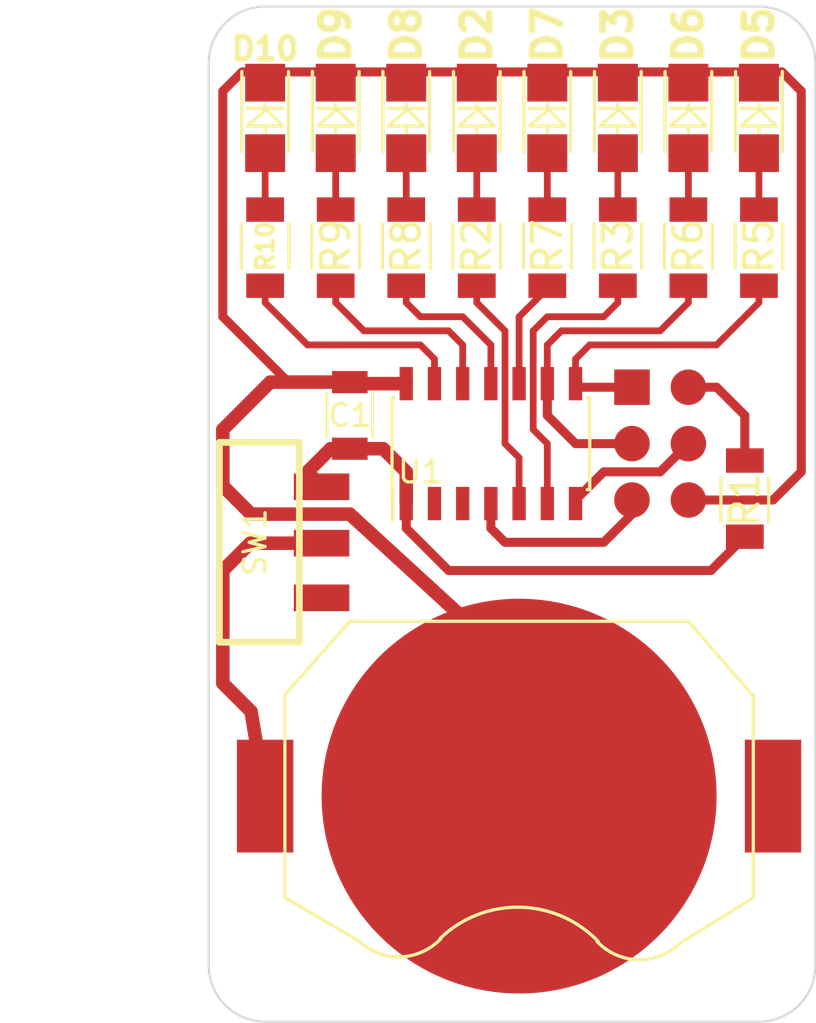
<source format=kicad_pcb>
(kicad_pcb (version 4) (host pcbnew 4.0.6)

  (general
    (links 37)
    (no_connects 1)
    (area 66.624999 69.799999 94.030001 115.620001)
    (thickness 1.6)
    (drawings 8)
    (tracks 111)
    (zones 0)
    (modules 22)
    (nets 26)
  )

  (page USLetter)
  (layers
    (0 F.Cu signal)
    (31 B.Cu signal)
    (34 B.Paste user)
    (35 F.Paste user)
    (36 B.SilkS user)
    (37 F.SilkS user)
    (38 B.Mask user)
    (39 F.Mask user)
    (40 Dwgs.User user)
    (44 Edge.Cuts user)
    (46 B.CrtYd user)
  )

  (setup
    (last_trace_width 0.4064)
    (user_trace_width 0.2032)
    (user_trace_width 0.254)
    (user_trace_width 0.3048)
    (user_trace_width 0.4064)
    (user_trace_width 0.6096)
    (user_trace_width 2.032)
    (trace_clearance 0.1524)
    (zone_clearance 0.35)
    (zone_45_only no)
    (trace_min 0.1524)
    (segment_width 0.4)
    (edge_width 0.1)
    (via_size 0.6858)
    (via_drill 0.3302)
    (via_min_size 0.6858)
    (via_min_drill 0.3302)
    (user_via 1 0.5)
    (uvia_size 0.762)
    (uvia_drill 0.508)
    (uvias_allowed no)
    (uvia_min_size 0.508)
    (uvia_min_drill 0.127)
    (pcb_text_width 0.3)
    (pcb_text_size 1.5 1.5)
    (mod_edge_width 0.15)
    (mod_text_size 1 1)
    (mod_text_width 0.15)
    (pad_size 2.54 10)
    (pad_drill 0)
    (pad_to_mask_clearance 0)
    (aux_axis_origin 0 0)
    (grid_origin 210.82 95.25)
    (visible_elements 7FFFFFFF)
    (pcbplotparams
      (layerselection 0x010f0_80000000)
      (usegerberextensions true)
      (excludeedgelayer true)
      (linewidth 0.100000)
      (plotframeref false)
      (viasonmask false)
      (mode 1)
      (useauxorigin false)
      (hpglpennumber 1)
      (hpglpenspeed 20)
      (hpglpendiameter 15)
      (hpglpenoverlay 2)
      (psnegative false)
      (psa4output false)
      (plotreference true)
      (plotvalue true)
      (plotinvisibletext false)
      (padsonsilk false)
      (subtractmaskfromsilk false)
      (outputformat 1)
      (mirror false)
      (drillshape 0)
      (scaleselection 1)
      (outputdirectory gerbers/))
  )

  (net 0 "")
  (net 1 GND)
  (net 2 +BATT)
  (net 3 "Net-(BT1-Pad1)")
  (net 4 /RESET)
  (net 5 "Net-(D8-Pad2)")
  (net 6 "Net-(D5-Pad2)")
  (net 7 "Net-(D6-Pad2)")
  (net 8 "Net-(SW1-Pad2)")
  (net 9 "Net-(D7-Pad2)")
  (net 10 "Net-(D2-Pad2)")
  (net 11 "Net-(CON1-Pad2)")
  (net 12 "Net-(D3-Pad2)")
  (net 13 "Net-(D9-Pad2)")
  (net 14 "Net-(D10-Pad2)")
  (net 15 /D2)
  (net 16 /D3)
  (net 17 /D7)
  (net 18 /D8)
  (net 19 /D9)
  (net 20 /D10)
  (net 21 /D0)
  (net 22 /D1)
  (net 23 /D5-MISO)
  (net 24 /D6-SCK)
  (net 25 /D4-MOSI)

  (net_class Default "This is the default net class."
    (clearance 0.1524)
    (trace_width 0.1524)
    (via_dia 0.6858)
    (via_drill 0.3302)
    (uvia_dia 0.762)
    (uvia_drill 0.508)
    (add_net +BATT)
    (add_net /D0)
    (add_net /D1)
    (add_net /D10)
    (add_net /D2)
    (add_net /D3)
    (add_net /D4-MOSI)
    (add_net /D5-MISO)
    (add_net /D6-SCK)
    (add_net /D7)
    (add_net /D8)
    (add_net /D9)
    (add_net /RESET)
    (add_net GND)
    (add_net "Net-(BT1-Pad1)")
    (add_net "Net-(CON1-Pad2)")
    (add_net "Net-(D10-Pad2)")
    (add_net "Net-(D2-Pad2)")
    (add_net "Net-(D3-Pad2)")
    (add_net "Net-(D5-Pad2)")
    (add_net "Net-(D6-Pad2)")
    (add_net "Net-(D7-Pad2)")
    (add_net "Net-(D8-Pad2)")
    (add_net "Net-(D9-Pad2)")
    (add_net "Net-(SW1-Pad2)")
  )

  (module footprints:BATT_CR2032_SMD (layer F.Cu) (tedit 56CFB5D2) (tstamp 5C62159D)
    (at 80.645 105.41)
    (tags battery)
    (path /56CFA61E)
    (fp_text reference BT1 (at 0 5.08) (layer F.SilkS) hide
      (effects (font (size 1.72974 1.08712) (thickness 0.27178)))
    )
    (fp_text value Battery (at 0 -2.54) (layer F.SilkS) hide
      (effects (font (size 1.524 1.016) (thickness 0.254)))
    )
    (fp_line (start -7.1755 6.5405) (end -10.541 4.572) (layer F.SilkS) (width 0.15))
    (fp_line (start 7.1755 6.6675) (end 10.541 4.572) (layer F.SilkS) (width 0.15))
    (fp_arc (start -5.4229 4.6355) (end -3.5179 6.4135) (angle 90) (layer F.SilkS) (width 0.15))
    (fp_arc (start 5.4102 4.7625) (end 7.1882 6.6675) (angle 90) (layer F.SilkS) (width 0.15))
    (fp_arc (start -0.0635 10.033) (end -3.556 6.4135) (angle 90) (layer F.SilkS) (width 0.15))
    (fp_line (start 7.62 -7.874) (end 10.541 -4.5085) (layer F.SilkS) (width 0.15))
    (fp_line (start -10.541 -4.572) (end -7.5565 -7.9375) (layer F.SilkS) (width 0.15))
    (fp_line (start -7.62 -7.874) (end 7.62 -7.874) (layer F.SilkS) (width 0.15))
    (fp_line (start -10.541 4.572) (end -10.541 -4.572) (layer F.SilkS) (width 0.15))
    (fp_line (start 10.541 4.572) (end 10.541 -4.572) (layer F.SilkS) (width 0.15))
    (fp_circle (center 0 0) (end -10.16 0) (layer Dwgs.User) (width 0.15))
    (pad 2 smd circle (at 0 0) (size 17.78 17.78) (layers F.Cu F.Paste F.Mask)
      (net 1 GND))
    (pad 1 smd rect (at -11.43 0) (size 2.54 5.08) (layers F.Cu F.Paste F.Mask)
      (net 3 "Net-(BT1-Pad1)"))
    (pad 1 smd rect (at 11.43 0) (size 2.54 5.08) (layers F.Cu F.Paste F.Mask)
      (net 3 "Net-(BT1-Pad1)"))
  )

  (module footprints:SOIC-14_3.9x8.7mm_Pitch1.27mm (layer F.Cu) (tedit 5C8AB85A) (tstamp 5C62106F)
    (at 79.375 89.535 90)
    (descr "14-Lead Plastic Small Outline (SL) - Narrow, 3.90 mm Body [SOIC] (see Microchip Packaging Specification 00000049BS.pdf)")
    (tags "SOIC 1.27")
    (path /5B62CA43)
    (attr smd)
    (fp_text reference U1 (at -1.27 -3.175 360) (layer F.SilkS)
      (effects (font (size 1 1) (thickness 0.15)))
    )
    (fp_text value ATTINY84A-SSU (at 0 5.375 90) (layer F.Fab)
      (effects (font (size 1 1) (thickness 0.15)))
    )
    (fp_text user %R (at 0 0 90) (layer F.Fab)
      (effects (font (size 0.9 0.9) (thickness 0.135)))
    )
    (fp_line (start -0.95 -4.35) (end 1.95 -4.35) (layer F.Fab) (width 0.15))
    (fp_line (start 1.95 -4.35) (end 1.95 4.35) (layer F.Fab) (width 0.15))
    (fp_line (start 1.95 4.35) (end -1.95 4.35) (layer F.Fab) (width 0.15))
    (fp_line (start -1.95 4.35) (end -1.95 -3.35) (layer F.Fab) (width 0.15))
    (fp_line (start -1.95 -3.35) (end -0.95 -4.35) (layer F.Fab) (width 0.15))
    (fp_line (start -3.7 -4.65) (end -3.7 4.65) (layer F.CrtYd) (width 0.05))
    (fp_line (start 3.7 -4.65) (end 3.7 4.65) (layer F.CrtYd) (width 0.05))
    (fp_line (start -3.7 -4.65) (end 3.7 -4.65) (layer F.CrtYd) (width 0.05))
    (fp_line (start -3.7 4.65) (end 3.7 4.65) (layer F.CrtYd) (width 0.05))
    (fp_line (start -2.075 -4.45) (end -2.075 -4.425) (layer F.SilkS) (width 0.15))
    (fp_line (start 2.075 -4.45) (end 2.075 -4.335) (layer F.SilkS) (width 0.15))
    (fp_line (start 2.075 4.45) (end 2.075 4.335) (layer F.SilkS) (width 0.15))
    (fp_line (start -2.075 4.45) (end -2.075 4.335) (layer F.SilkS) (width 0.15))
    (fp_line (start -2.075 -4.45) (end 2.075 -4.45) (layer F.SilkS) (width 0.15))
    (fp_line (start -2.075 4.45) (end 2.075 4.45) (layer F.SilkS) (width 0.15))
    (fp_line (start -2.075 -4.425) (end -3.45 -4.425) (layer F.SilkS) (width 0.15))
    (pad 1 smd rect (at -2.7 -3.81 90) (size 1.5 0.6) (layers F.Cu F.Paste F.Mask)
      (net 2 +BATT))
    (pad 2 smd rect (at -2.7 -2.54 90) (size 1.5 0.6) (layers F.Cu F.Paste F.Mask)
      (net 21 /D0))
    (pad 3 smd rect (at -2.7 -1.27 90) (size 1.5 0.6) (layers F.Cu F.Paste F.Mask)
      (net 22 /D1))
    (pad 4 smd rect (at -2.7 0 90) (size 1.5 0.6) (layers F.Cu F.Paste F.Mask)
      (net 4 /RESET))
    (pad 5 smd rect (at -2.7 1.27 90) (size 1.5 0.6) (layers F.Cu F.Paste F.Mask)
      (net 15 /D2))
    (pad 6 smd rect (at -2.7 2.54 90) (size 1.5 0.6) (layers F.Cu F.Paste F.Mask)
      (net 16 /D3))
    (pad 7 smd rect (at -2.7 3.81 90) (size 1.5 0.6) (layers F.Cu F.Paste F.Mask)
      (net 25 /D4-MOSI))
    (pad 8 smd rect (at 2.7 3.81 90) (size 1.5 0.6) (layers F.Cu F.Paste F.Mask)
      (net 23 /D5-MISO))
    (pad 9 smd rect (at 2.7 2.54 90) (size 1.5 0.6) (layers F.Cu F.Paste F.Mask)
      (net 24 /D6-SCK))
    (pad 10 smd rect (at 2.7 1.27 90) (size 1.5 0.6) (layers F.Cu F.Paste F.Mask)
      (net 17 /D7))
    (pad 11 smd rect (at 2.7 0 90) (size 1.5 0.6) (layers F.Cu F.Paste F.Mask)
      (net 18 /D8))
    (pad 12 smd rect (at 2.7 -1.27 90) (size 1.5 0.6) (layers F.Cu F.Paste F.Mask)
      (net 19 /D9))
    (pad 13 smd rect (at 2.7 -2.54 90) (size 1.5 0.6) (layers F.Cu F.Paste F.Mask)
      (net 20 /D10))
    (pad 14 smd rect (at 2.7 -3.81 90) (size 1.5 0.6) (layers F.Cu F.Paste F.Mask)
      (net 1 GND))
    (model ${KISYS3DMOD}/Housings_SOIC.3dshapes/SOIC-14_3.9x8.7mm_Pitch1.27mm.wrl
      (at (xyz 0 0 0))
      (scale (xyz 1 1 1))
      (rotate (xyz 0 0 0))
    )
  )

  (module footprints:SPST_SMD (layer F.Cu) (tedit 5B62771E) (tstamp 5C62182D)
    (at 71.755 93.98 270)
    (descr "Through hole pin header")
    (tags "pin header")
    (path /5A827680)
    (fp_text reference SW1 (at 0 3 270) (layer F.SilkS)
      (effects (font (size 1 1) (thickness 0.15)))
    )
    (fp_text value SW_SPDT (at 0.1 0 270) (layer F.Fab)
      (effects (font (size 1 1) (thickness 0.15)))
    )
    (fp_line (start -4.5 4.6) (end 4.5 4.6) (layer F.SilkS) (width 0.3048))
    (fp_line (start 4.5 1) (end 4.5 4.6) (layer F.SilkS) (width 0.3048))
    (fp_line (start -4.5 1) (end -4.5 4.6) (layer F.SilkS) (width 0.3048))
    (fp_line (start -4.5 1) (end 4.5 1) (layer F.SilkS) (width 0.3048))
    (fp_text user JS102011SAQN (at 0 1.7 270) (layer F.Fab)
      (effects (font (size 0.8 0.8) (thickness 0.1)))
    )
    (fp_line (start -1.75 14.45) (end 4.3 14.45) (layer F.CrtYd) (width 0.05))
    (pad "" np_thru_hole circle (at 3.4 2.75 270) (size 0.9 0.9) (drill 0.9) (layers *.Cu *.Mask))
    (pad 3 smd rect (at -2.5 0 270) (size 1.2 2.5) (layers F.Cu F.Paste F.Mask)
      (net 2 +BATT))
    (pad 1 smd rect (at 0.04 0 270) (size 1.2 2.5) (layers F.Cu F.Paste F.Mask)
      (net 3 "Net-(BT1-Pad1)"))
    (pad 2 smd rect (at 2.5 0 270) (size 1.2 2.5) (layers F.Cu F.Paste F.Mask)
      (net 8 "Net-(SW1-Pad2)"))
    (pad "" np_thru_hole circle (at -3.4 2.75 270) (size 0.9 0.9) (drill 0.9) (layers *.Cu *.Mask))
    (model Pin_Headers.3dshapes/Pin_Header_Straight_2x06.wrl
      (at (xyz 0.05 -0.25 0))
      (scale (xyz 1 1 1))
      (rotate (xyz 0 0 90))
    )
  )

  (module footprints:LED-1206 (layer F.Cu) (tedit 5C8ABABE) (tstamp 5C63308C)
    (at 78.74 74.93 270)
    (descr "LED 1206 smd package")
    (tags "LED1206 SMD")
    (path /5B613BD5)
    (attr smd)
    (fp_text reference D2 (at -3.81 0 270) (layer F.SilkS)
      (effects (font (size 1.25 1.25) (thickness 0.3125)))
    )
    (fp_text value LED (at 0 2 270) (layer F.Fab)
      (effects (font (size 1 1) (thickness 0.15)))
    )
    (fp_line (start -0.5 0.7) (end -0.5 0.8) (layer F.SilkS) (width 0.15))
    (fp_line (start -0.5 -0.7) (end -0.5 -0.8) (layer F.SilkS) (width 0.15))
    (fp_line (start 0.3 0) (end 0.6 0) (layer F.SilkS) (width 0.15))
    (fp_line (start 0.3 0.8) (end 0.3 -0.7) (layer F.SilkS) (width 0.15))
    (fp_line (start 0.3 -0.7) (end 0.3 -0.8) (layer F.SilkS) (width 0.15))
    (fp_line (start 0.2 0.7) (end 0.3 0.8) (layer F.SilkS) (width 0.15))
    (fp_line (start 0.2 -0.7) (end 0.3 -0.8) (layer F.SilkS) (width 0.15))
    (fp_line (start -0.7 0) (end -0.5 0) (layer F.SilkS) (width 0.15))
    (fp_line (start -0.5 0.5) (end -0.5 0.7) (layer F.SilkS) (width 0.15))
    (fp_line (start -0.5 -0.5) (end -0.5 -0.7) (layer F.SilkS) (width 0.15))
    (fp_line (start -0.4 0) (end 0.2 0.7) (layer F.SilkS) (width 0.15))
    (fp_line (start 0.2 -0.7) (end -0.4 -0.1) (layer F.SilkS) (width 0.15))
    (fp_line (start -2.15 1.05) (end 1.45 1.05) (layer F.SilkS) (width 0.15))
    (fp_line (start -2.15 -1.05) (end 1.45 -1.05) (layer F.SilkS) (width 0.15))
    (fp_line (start -0.5 -0.5) (end -0.5 0.5) (layer F.SilkS) (width 0.15))
    (fp_line (start 2.5 -1.25) (end -2.5 -1.25) (layer F.CrtYd) (width 0.05))
    (fp_line (start -2.5 -1.25) (end -2.5 1.25) (layer F.CrtYd) (width 0.05))
    (fp_line (start -2.5 1.25) (end 2.5 1.25) (layer F.CrtYd) (width 0.05))
    (fp_line (start 2.5 1.25) (end 2.5 -1.25) (layer F.CrtYd) (width 0.05))
    (pad 2 smd rect (at 1.524 0 90) (size 1.7 1.80086) (layers F.Cu F.Paste F.Mask)
      (net 10 "Net-(D2-Pad2)"))
    (pad 1 smd rect (at -1.651 0 90) (size 1.7 1.80086) (layers F.Cu F.Paste F.Mask)
      (net 1 GND))
    (model LEDs.3dshapes/LED_1206.wrl
      (at (xyz 0 0 0))
      (scale (xyz 1 1 1))
      (rotate (xyz 0 0 0))
    )
  )

  (module footprints:LED-1206 (layer F.Cu) (tedit 5C8ABAC9) (tstamp 5C633079)
    (at 85.09 74.93 270)
    (descr "LED 1206 smd package")
    (tags "LED1206 SMD")
    (path /5B613B61)
    (attr smd)
    (fp_text reference D3 (at -3.81 0 270) (layer F.SilkS)
      (effects (font (size 1.25 1.25) (thickness 0.3125)))
    )
    (fp_text value LED (at 0 2 270) (layer F.Fab)
      (effects (font (size 1 1) (thickness 0.15)))
    )
    (fp_line (start -0.5 0.7) (end -0.5 0.8) (layer F.SilkS) (width 0.15))
    (fp_line (start -0.5 -0.7) (end -0.5 -0.8) (layer F.SilkS) (width 0.15))
    (fp_line (start 0.3 0) (end 0.6 0) (layer F.SilkS) (width 0.15))
    (fp_line (start 0.3 0.8) (end 0.3 -0.7) (layer F.SilkS) (width 0.15))
    (fp_line (start 0.3 -0.7) (end 0.3 -0.8) (layer F.SilkS) (width 0.15))
    (fp_line (start 0.2 0.7) (end 0.3 0.8) (layer F.SilkS) (width 0.15))
    (fp_line (start 0.2 -0.7) (end 0.3 -0.8) (layer F.SilkS) (width 0.15))
    (fp_line (start -0.7 0) (end -0.5 0) (layer F.SilkS) (width 0.15))
    (fp_line (start -0.5 0.5) (end -0.5 0.7) (layer F.SilkS) (width 0.15))
    (fp_line (start -0.5 -0.5) (end -0.5 -0.7) (layer F.SilkS) (width 0.15))
    (fp_line (start -0.4 0) (end 0.2 0.7) (layer F.SilkS) (width 0.15))
    (fp_line (start 0.2 -0.7) (end -0.4 -0.1) (layer F.SilkS) (width 0.15))
    (fp_line (start -2.15 1.05) (end 1.45 1.05) (layer F.SilkS) (width 0.15))
    (fp_line (start -2.15 -1.05) (end 1.45 -1.05) (layer F.SilkS) (width 0.15))
    (fp_line (start -0.5 -0.5) (end -0.5 0.5) (layer F.SilkS) (width 0.15))
    (fp_line (start 2.5 -1.25) (end -2.5 -1.25) (layer F.CrtYd) (width 0.05))
    (fp_line (start -2.5 -1.25) (end -2.5 1.25) (layer F.CrtYd) (width 0.05))
    (fp_line (start -2.5 1.25) (end 2.5 1.25) (layer F.CrtYd) (width 0.05))
    (fp_line (start 2.5 1.25) (end 2.5 -1.25) (layer F.CrtYd) (width 0.05))
    (pad 2 smd rect (at 1.524 0 90) (size 1.7 1.80086) (layers F.Cu F.Paste F.Mask)
      (net 12 "Net-(D3-Pad2)"))
    (pad 1 smd rect (at -1.651 0 90) (size 1.7 1.80086) (layers F.Cu F.Paste F.Mask)
      (net 1 GND))
    (model LEDs.3dshapes/LED_1206.wrl
      (at (xyz 0 0 0))
      (scale (xyz 1 1 1))
      (rotate (xyz 0 0 0))
    )
  )

  (module footprints:LED-1206 (layer F.Cu) (tedit 5C8ABAD7) (tstamp 5C633066)
    (at 91.44 74.93 270)
    (descr "LED 1206 smd package")
    (tags "LED1206 SMD")
    (path /5B6126D8)
    (attr smd)
    (fp_text reference D5 (at -3.81 0 270) (layer F.SilkS)
      (effects (font (size 1.25 1.25) (thickness 0.3125)))
    )
    (fp_text value LED (at 0 2 270) (layer F.Fab)
      (effects (font (size 1 1) (thickness 0.15)))
    )
    (fp_line (start -0.5 0.7) (end -0.5 0.8) (layer F.SilkS) (width 0.15))
    (fp_line (start -0.5 -0.7) (end -0.5 -0.8) (layer F.SilkS) (width 0.15))
    (fp_line (start 0.3 0) (end 0.6 0) (layer F.SilkS) (width 0.15))
    (fp_line (start 0.3 0.8) (end 0.3 -0.7) (layer F.SilkS) (width 0.15))
    (fp_line (start 0.3 -0.7) (end 0.3 -0.8) (layer F.SilkS) (width 0.15))
    (fp_line (start 0.2 0.7) (end 0.3 0.8) (layer F.SilkS) (width 0.15))
    (fp_line (start 0.2 -0.7) (end 0.3 -0.8) (layer F.SilkS) (width 0.15))
    (fp_line (start -0.7 0) (end -0.5 0) (layer F.SilkS) (width 0.15))
    (fp_line (start -0.5 0.5) (end -0.5 0.7) (layer F.SilkS) (width 0.15))
    (fp_line (start -0.5 -0.5) (end -0.5 -0.7) (layer F.SilkS) (width 0.15))
    (fp_line (start -0.4 0) (end 0.2 0.7) (layer F.SilkS) (width 0.15))
    (fp_line (start 0.2 -0.7) (end -0.4 -0.1) (layer F.SilkS) (width 0.15))
    (fp_line (start -2.15 1.05) (end 1.45 1.05) (layer F.SilkS) (width 0.15))
    (fp_line (start -2.15 -1.05) (end 1.45 -1.05) (layer F.SilkS) (width 0.15))
    (fp_line (start -0.5 -0.5) (end -0.5 0.5) (layer F.SilkS) (width 0.15))
    (fp_line (start 2.5 -1.25) (end -2.5 -1.25) (layer F.CrtYd) (width 0.05))
    (fp_line (start -2.5 -1.25) (end -2.5 1.25) (layer F.CrtYd) (width 0.05))
    (fp_line (start -2.5 1.25) (end 2.5 1.25) (layer F.CrtYd) (width 0.05))
    (fp_line (start 2.5 1.25) (end 2.5 -1.25) (layer F.CrtYd) (width 0.05))
    (pad 2 smd rect (at 1.524 0 90) (size 1.7 1.80086) (layers F.Cu F.Paste F.Mask)
      (net 6 "Net-(D5-Pad2)"))
    (pad 1 smd rect (at -1.651 0 90) (size 1.7 1.80086) (layers F.Cu F.Paste F.Mask)
      (net 1 GND))
    (model LEDs.3dshapes/LED_1206.wrl
      (at (xyz 0 0 0))
      (scale (xyz 1 1 1))
      (rotate (xyz 0 0 0))
    )
  )

  (module footprints:LED-1206 (layer F.Cu) (tedit 5C8ABAD0) (tstamp 5C633053)
    (at 88.265 74.93 270)
    (descr "LED 1206 smd package")
    (tags "LED1206 SMD")
    (path /58C49927)
    (attr smd)
    (fp_text reference D6 (at -3.81 0 270) (layer F.SilkS)
      (effects (font (size 1.25 1.25) (thickness 0.3125)))
    )
    (fp_text value LED (at 0 2 270) (layer F.Fab)
      (effects (font (size 1 1) (thickness 0.15)))
    )
    (fp_line (start -0.5 0.7) (end -0.5 0.8) (layer F.SilkS) (width 0.15))
    (fp_line (start -0.5 -0.7) (end -0.5 -0.8) (layer F.SilkS) (width 0.15))
    (fp_line (start 0.3 0) (end 0.6 0) (layer F.SilkS) (width 0.15))
    (fp_line (start 0.3 0.8) (end 0.3 -0.7) (layer F.SilkS) (width 0.15))
    (fp_line (start 0.3 -0.7) (end 0.3 -0.8) (layer F.SilkS) (width 0.15))
    (fp_line (start 0.2 0.7) (end 0.3 0.8) (layer F.SilkS) (width 0.15))
    (fp_line (start 0.2 -0.7) (end 0.3 -0.8) (layer F.SilkS) (width 0.15))
    (fp_line (start -0.7 0) (end -0.5 0) (layer F.SilkS) (width 0.15))
    (fp_line (start -0.5 0.5) (end -0.5 0.7) (layer F.SilkS) (width 0.15))
    (fp_line (start -0.5 -0.5) (end -0.5 -0.7) (layer F.SilkS) (width 0.15))
    (fp_line (start -0.4 0) (end 0.2 0.7) (layer F.SilkS) (width 0.15))
    (fp_line (start 0.2 -0.7) (end -0.4 -0.1) (layer F.SilkS) (width 0.15))
    (fp_line (start -2.15 1.05) (end 1.45 1.05) (layer F.SilkS) (width 0.15))
    (fp_line (start -2.15 -1.05) (end 1.45 -1.05) (layer F.SilkS) (width 0.15))
    (fp_line (start -0.5 -0.5) (end -0.5 0.5) (layer F.SilkS) (width 0.15))
    (fp_line (start 2.5 -1.25) (end -2.5 -1.25) (layer F.CrtYd) (width 0.05))
    (fp_line (start -2.5 -1.25) (end -2.5 1.25) (layer F.CrtYd) (width 0.05))
    (fp_line (start -2.5 1.25) (end 2.5 1.25) (layer F.CrtYd) (width 0.05))
    (fp_line (start 2.5 1.25) (end 2.5 -1.25) (layer F.CrtYd) (width 0.05))
    (pad 2 smd rect (at 1.524 0 90) (size 1.7 1.80086) (layers F.Cu F.Paste F.Mask)
      (net 7 "Net-(D6-Pad2)"))
    (pad 1 smd rect (at -1.651 0 90) (size 1.7 1.80086) (layers F.Cu F.Paste F.Mask)
      (net 1 GND))
    (model LEDs.3dshapes/LED_1206.wrl
      (at (xyz 0 0 0))
      (scale (xyz 1 1 1))
      (rotate (xyz 0 0 0))
    )
  )

  (module footprints:LED-1206 (layer F.Cu) (tedit 5C8ABAC3) (tstamp 5C633040)
    (at 81.915 74.93 270)
    (descr "LED 1206 smd package")
    (tags "LED1206 SMD")
    (path /58D338E3)
    (attr smd)
    (fp_text reference D7 (at -3.81 0 270) (layer F.SilkS)
      (effects (font (size 1.25 1.25) (thickness 0.3125)))
    )
    (fp_text value LED (at 0 2 270) (layer F.Fab)
      (effects (font (size 1 1) (thickness 0.15)))
    )
    (fp_line (start -0.5 0.7) (end -0.5 0.8) (layer F.SilkS) (width 0.15))
    (fp_line (start -0.5 -0.7) (end -0.5 -0.8) (layer F.SilkS) (width 0.15))
    (fp_line (start 0.3 0) (end 0.6 0) (layer F.SilkS) (width 0.15))
    (fp_line (start 0.3 0.8) (end 0.3 -0.7) (layer F.SilkS) (width 0.15))
    (fp_line (start 0.3 -0.7) (end 0.3 -0.8) (layer F.SilkS) (width 0.15))
    (fp_line (start 0.2 0.7) (end 0.3 0.8) (layer F.SilkS) (width 0.15))
    (fp_line (start 0.2 -0.7) (end 0.3 -0.8) (layer F.SilkS) (width 0.15))
    (fp_line (start -0.7 0) (end -0.5 0) (layer F.SilkS) (width 0.15))
    (fp_line (start -0.5 0.5) (end -0.5 0.7) (layer F.SilkS) (width 0.15))
    (fp_line (start -0.5 -0.5) (end -0.5 -0.7) (layer F.SilkS) (width 0.15))
    (fp_line (start -0.4 0) (end 0.2 0.7) (layer F.SilkS) (width 0.15))
    (fp_line (start 0.2 -0.7) (end -0.4 -0.1) (layer F.SilkS) (width 0.15))
    (fp_line (start -2.15 1.05) (end 1.45 1.05) (layer F.SilkS) (width 0.15))
    (fp_line (start -2.15 -1.05) (end 1.45 -1.05) (layer F.SilkS) (width 0.15))
    (fp_line (start -0.5 -0.5) (end -0.5 0.5) (layer F.SilkS) (width 0.15))
    (fp_line (start 2.5 -1.25) (end -2.5 -1.25) (layer F.CrtYd) (width 0.05))
    (fp_line (start -2.5 -1.25) (end -2.5 1.25) (layer F.CrtYd) (width 0.05))
    (fp_line (start -2.5 1.25) (end 2.5 1.25) (layer F.CrtYd) (width 0.05))
    (fp_line (start 2.5 1.25) (end 2.5 -1.25) (layer F.CrtYd) (width 0.05))
    (pad 2 smd rect (at 1.524 0 90) (size 1.7 1.80086) (layers F.Cu F.Paste F.Mask)
      (net 9 "Net-(D7-Pad2)"))
    (pad 1 smd rect (at -1.651 0 90) (size 1.7 1.80086) (layers F.Cu F.Paste F.Mask)
      (net 1 GND))
    (model LEDs.3dshapes/LED_1206.wrl
      (at (xyz 0 0 0))
      (scale (xyz 1 1 1))
      (rotate (xyz 0 0 0))
    )
  )

  (module footprints:LED-1206 (layer F.Cu) (tedit 5C8ABCE1) (tstamp 5C632F36)
    (at 69.215 74.93 270)
    (descr "LED 1206 smd package")
    (tags "LED1206 SMD")
    (path /58DDCAFF)
    (attr smd)
    (fp_text reference D10 (at -3.175 0 540) (layer F.SilkS)
      (effects (font (size 1.016 1.016) (thickness 0.254)))
    )
    (fp_text value LED (at 0 2 270) (layer F.Fab)
      (effects (font (size 1 1) (thickness 0.15)))
    )
    (fp_line (start -0.5 0.7) (end -0.5 0.8) (layer F.SilkS) (width 0.15))
    (fp_line (start -0.5 -0.7) (end -0.5 -0.8) (layer F.SilkS) (width 0.15))
    (fp_line (start 0.3 0) (end 0.6 0) (layer F.SilkS) (width 0.15))
    (fp_line (start 0.3 0.8) (end 0.3 -0.7) (layer F.SilkS) (width 0.15))
    (fp_line (start 0.3 -0.7) (end 0.3 -0.8) (layer F.SilkS) (width 0.15))
    (fp_line (start 0.2 0.7) (end 0.3 0.8) (layer F.SilkS) (width 0.15))
    (fp_line (start 0.2 -0.7) (end 0.3 -0.8) (layer F.SilkS) (width 0.15))
    (fp_line (start -0.7 0) (end -0.5 0) (layer F.SilkS) (width 0.15))
    (fp_line (start -0.5 0.5) (end -0.5 0.7) (layer F.SilkS) (width 0.15))
    (fp_line (start -0.5 -0.5) (end -0.5 -0.7) (layer F.SilkS) (width 0.15))
    (fp_line (start -0.4 0) (end 0.2 0.7) (layer F.SilkS) (width 0.15))
    (fp_line (start 0.2 -0.7) (end -0.4 -0.1) (layer F.SilkS) (width 0.15))
    (fp_line (start -2.15 1.05) (end 1.45 1.05) (layer F.SilkS) (width 0.15))
    (fp_line (start -2.15 -1.05) (end 1.45 -1.05) (layer F.SilkS) (width 0.15))
    (fp_line (start -0.5 -0.5) (end -0.5 0.5) (layer F.SilkS) (width 0.15))
    (fp_line (start 2.5 -1.25) (end -2.5 -1.25) (layer F.CrtYd) (width 0.05))
    (fp_line (start -2.5 -1.25) (end -2.5 1.25) (layer F.CrtYd) (width 0.05))
    (fp_line (start -2.5 1.25) (end 2.5 1.25) (layer F.CrtYd) (width 0.05))
    (fp_line (start 2.5 1.25) (end 2.5 -1.25) (layer F.CrtYd) (width 0.05))
    (pad 2 smd rect (at 1.524 0 90) (size 1.7 1.80086) (layers F.Cu F.Paste F.Mask)
      (net 14 "Net-(D10-Pad2)"))
    (pad 1 smd rect (at -1.651 0 90) (size 1.7 1.80086) (layers F.Cu F.Paste F.Mask)
      (net 1 GND))
    (model LEDs.3dshapes/LED_1206.wrl
      (at (xyz 0 0 0))
      (scale (xyz 1 1 1))
      (rotate (xyz 0 0 0))
    )
  )

  (module footprints:LED-1206 (layer F.Cu) (tedit 5C8ABAAD) (tstamp 5C632F23)
    (at 72.39 74.93 270)
    (descr "LED 1206 smd package")
    (tags "LED1206 SMD")
    (path /58D34030)
    (attr smd)
    (fp_text reference D9 (at -3.81 0 270) (layer F.SilkS)
      (effects (font (size 1.25 1.25) (thickness 0.3125)))
    )
    (fp_text value LED (at 0 2 270) (layer F.Fab)
      (effects (font (size 1 1) (thickness 0.15)))
    )
    (fp_line (start -0.5 0.7) (end -0.5 0.8) (layer F.SilkS) (width 0.15))
    (fp_line (start -0.5 -0.7) (end -0.5 -0.8) (layer F.SilkS) (width 0.15))
    (fp_line (start 0.3 0) (end 0.6 0) (layer F.SilkS) (width 0.15))
    (fp_line (start 0.3 0.8) (end 0.3 -0.7) (layer F.SilkS) (width 0.15))
    (fp_line (start 0.3 -0.7) (end 0.3 -0.8) (layer F.SilkS) (width 0.15))
    (fp_line (start 0.2 0.7) (end 0.3 0.8) (layer F.SilkS) (width 0.15))
    (fp_line (start 0.2 -0.7) (end 0.3 -0.8) (layer F.SilkS) (width 0.15))
    (fp_line (start -0.7 0) (end -0.5 0) (layer F.SilkS) (width 0.15))
    (fp_line (start -0.5 0.5) (end -0.5 0.7) (layer F.SilkS) (width 0.15))
    (fp_line (start -0.5 -0.5) (end -0.5 -0.7) (layer F.SilkS) (width 0.15))
    (fp_line (start -0.4 0) (end 0.2 0.7) (layer F.SilkS) (width 0.15))
    (fp_line (start 0.2 -0.7) (end -0.4 -0.1) (layer F.SilkS) (width 0.15))
    (fp_line (start -2.15 1.05) (end 1.45 1.05) (layer F.SilkS) (width 0.15))
    (fp_line (start -2.15 -1.05) (end 1.45 -1.05) (layer F.SilkS) (width 0.15))
    (fp_line (start -0.5 -0.5) (end -0.5 0.5) (layer F.SilkS) (width 0.15))
    (fp_line (start 2.5 -1.25) (end -2.5 -1.25) (layer F.CrtYd) (width 0.05))
    (fp_line (start -2.5 -1.25) (end -2.5 1.25) (layer F.CrtYd) (width 0.05))
    (fp_line (start -2.5 1.25) (end 2.5 1.25) (layer F.CrtYd) (width 0.05))
    (fp_line (start 2.5 1.25) (end 2.5 -1.25) (layer F.CrtYd) (width 0.05))
    (pad 2 smd rect (at 1.524 0 90) (size 1.7 1.80086) (layers F.Cu F.Paste F.Mask)
      (net 13 "Net-(D9-Pad2)"))
    (pad 1 smd rect (at -1.651 0 90) (size 1.7 1.80086) (layers F.Cu F.Paste F.Mask)
      (net 1 GND))
    (model LEDs.3dshapes/LED_1206.wrl
      (at (xyz 0 0 0))
      (scale (xyz 1 1 1))
      (rotate (xyz 0 0 0))
    )
  )

  (module footprints:LED-1206 (layer F.Cu) (tedit 5C8ABAB5) (tstamp 5C62103B)
    (at 75.565 74.93 270)
    (descr "LED 1206 smd package")
    (tags "LED1206 SMD")
    (path /58D33940)
    (attr smd)
    (fp_text reference D8 (at -3.81 0 270) (layer F.SilkS)
      (effects (font (size 1.25 1.25) (thickness 0.3125)))
    )
    (fp_text value LED (at 0 2 270) (layer F.Fab)
      (effects (font (size 1 1) (thickness 0.15)))
    )
    (fp_line (start -0.5 0.7) (end -0.5 0.8) (layer F.SilkS) (width 0.15))
    (fp_line (start -0.5 -0.7) (end -0.5 -0.8) (layer F.SilkS) (width 0.15))
    (fp_line (start 0.3 0) (end 0.6 0) (layer F.SilkS) (width 0.15))
    (fp_line (start 0.3 0.8) (end 0.3 -0.7) (layer F.SilkS) (width 0.15))
    (fp_line (start 0.3 -0.7) (end 0.3 -0.8) (layer F.SilkS) (width 0.15))
    (fp_line (start 0.2 0.7) (end 0.3 0.8) (layer F.SilkS) (width 0.15))
    (fp_line (start 0.2 -0.7) (end 0.3 -0.8) (layer F.SilkS) (width 0.15))
    (fp_line (start -0.7 0) (end -0.5 0) (layer F.SilkS) (width 0.15))
    (fp_line (start -0.5 0.5) (end -0.5 0.7) (layer F.SilkS) (width 0.15))
    (fp_line (start -0.5 -0.5) (end -0.5 -0.7) (layer F.SilkS) (width 0.15))
    (fp_line (start -0.4 0) (end 0.2 0.7) (layer F.SilkS) (width 0.15))
    (fp_line (start 0.2 -0.7) (end -0.4 -0.1) (layer F.SilkS) (width 0.15))
    (fp_line (start -2.15 1.05) (end 1.45 1.05) (layer F.SilkS) (width 0.15))
    (fp_line (start -2.15 -1.05) (end 1.45 -1.05) (layer F.SilkS) (width 0.15))
    (fp_line (start -0.5 -0.5) (end -0.5 0.5) (layer F.SilkS) (width 0.15))
    (fp_line (start 2.5 -1.25) (end -2.5 -1.25) (layer F.CrtYd) (width 0.05))
    (fp_line (start -2.5 -1.25) (end -2.5 1.25) (layer F.CrtYd) (width 0.05))
    (fp_line (start -2.5 1.25) (end 2.5 1.25) (layer F.CrtYd) (width 0.05))
    (fp_line (start 2.5 1.25) (end 2.5 -1.25) (layer F.CrtYd) (width 0.05))
    (pad 2 smd rect (at 1.524 0 90) (size 1.7 1.80086) (layers F.Cu F.Paste F.Mask)
      (net 5 "Net-(D8-Pad2)"))
    (pad 1 smd rect (at -1.651 0 90) (size 1.7 1.80086) (layers F.Cu F.Paste F.Mask)
      (net 1 GND))
    (model LEDs.3dshapes/LED_1206.wrl
      (at (xyz 0 0 0))
      (scale (xyz 1 1 1))
      (rotate (xyz 0 0 0))
    )
  )

  (module footprints:AVR-ISP-6 (layer F.Cu) (tedit 5B63C74A) (tstamp 5B612082)
    (at 85.725 86.995)
    (descr "6-lead dip package, row spacing 7.62 mm (300 mils)")
    (tags "dil dip 2.54 300")
    (path /58609061)
    (fp_text reference CON1 (at 0 -2.54) (layer F.SilkS) hide
      (effects (font (size 1 1) (thickness 0.15)))
    )
    (fp_text value AVR-ISP-6 (at 0 -3.72) (layer F.Fab) hide
      (effects (font (size 1 1) (thickness 0.15)))
    )
    (pad 1 smd rect (at 0 0) (size 1.6 1.6) (layers F.Cu F.Paste F.Mask)
      (net 23 /D5-MISO))
    (pad 2 smd circle (at 2.54 0) (size 1.6 1.6) (layers F.Cu F.Paste F.Mask)
      (net 11 "Net-(CON1-Pad2)"))
    (pad 3 smd oval (at 0 2.54) (size 1.6 1.6) (layers F.Cu F.Paste F.Mask)
      (net 24 /D6-SCK))
    (pad 4 smd oval (at 2.54 2.54) (size 1.6 1.6) (layers F.Cu F.Paste F.Mask)
      (net 25 /D4-MOSI))
    (pad 5 smd oval (at 0 5.08) (size 1.6 1.6) (layers F.Cu F.Paste F.Mask)
      (net 4 /RESET))
    (pad 6 smd oval (at 2.54 5.08) (size 1.6 1.6) (layers F.Cu F.Paste F.Mask)
      (net 1 GND))
  )

  (module footprints:R_1206 (layer F.Cu) (tedit 5B765B9A) (tstamp 5C8BB5B8)
    (at 90.805 92.075 270)
    (descr "Resistor SMD 1206, reflow soldering, Vishay (see dcrcw.pdf)")
    (tags "resistor 1206")
    (path /5C8AB345)
    (attr smd)
    (fp_text reference R1 (at 0 0 270) (layer F.SilkS)
      (effects (font (size 1.25 1.25) (thickness 0.2)))
    )
    (fp_text value 0 (at 0 2.3 270) (layer F.Fab)
      (effects (font (size 1 1) (thickness 0.15)))
    )
    (fp_line (start -2.2 -1.2) (end 2.2 -1.2) (layer F.CrtYd) (width 0.05))
    (fp_line (start -2.2 1.2) (end 2.2 1.2) (layer F.CrtYd) (width 0.05))
    (fp_line (start -2.2 -1.2) (end -2.2 1.2) (layer F.CrtYd) (width 0.05))
    (fp_line (start 2.2 -1.2) (end 2.2 1.2) (layer F.CrtYd) (width 0.05))
    (fp_line (start 1 1.075) (end -1 1.075) (layer F.SilkS) (width 0.15))
    (fp_line (start -1 -1.075) (end 1 -1.075) (layer F.SilkS) (width 0.15))
    (pad 1 smd rect (at -1.778 0 270) (size 1.1 1.7) (layers F.Cu F.Paste F.Mask)
      (net 11 "Net-(CON1-Pad2)"))
    (pad 2 smd rect (at 1.651 0 270) (size 1.1 1.7) (layers F.Cu F.Paste F.Mask)
      (net 2 +BATT))
    (model Resistors_SMD.3dshapes/R_1206.wrl
      (at (xyz 0 0 0))
      (scale (xyz 1 1 1))
      (rotate (xyz 0 0 0))
    )
  )

  (module footprints:R_1206 (layer F.Cu) (tedit 5B765B9A) (tstamp 5C633007)
    (at 78.74 80.645 90)
    (descr "Resistor SMD 1206, reflow soldering, Vishay (see dcrcw.pdf)")
    (tags "resistor 1206")
    (path /5B613D54)
    (attr smd)
    (fp_text reference R2 (at 0 0 90) (layer F.SilkS)
      (effects (font (size 1.25 1.25) (thickness 0.2)))
    )
    (fp_text value 100 (at 0 2.3 90) (layer F.Fab)
      (effects (font (size 1 1) (thickness 0.15)))
    )
    (fp_line (start -2.2 -1.2) (end 2.2 -1.2) (layer F.CrtYd) (width 0.05))
    (fp_line (start -2.2 1.2) (end 2.2 1.2) (layer F.CrtYd) (width 0.05))
    (fp_line (start -2.2 -1.2) (end -2.2 1.2) (layer F.CrtYd) (width 0.05))
    (fp_line (start 2.2 -1.2) (end 2.2 1.2) (layer F.CrtYd) (width 0.05))
    (fp_line (start 1 1.075) (end -1 1.075) (layer F.SilkS) (width 0.15))
    (fp_line (start -1 -1.075) (end 1 -1.075) (layer F.SilkS) (width 0.15))
    (pad 1 smd rect (at -1.778 0 90) (size 1.1 1.7) (layers F.Cu F.Paste F.Mask)
      (net 15 /D2))
    (pad 2 smd rect (at 1.651 0 90) (size 1.1 1.7) (layers F.Cu F.Paste F.Mask)
      (net 10 "Net-(D2-Pad2)"))
    (model Resistors_SMD.3dshapes/R_1206.wrl
      (at (xyz 0 0 0))
      (scale (xyz 1 1 1))
      (rotate (xyz 0 0 0))
    )
  )

  (module footprints:R_1206 (layer F.Cu) (tedit 5B765B9A) (tstamp 5C632F95)
    (at 88.265 80.645 90)
    (descr "Resistor SMD 1206, reflow soldering, Vishay (see dcrcw.pdf)")
    (tags "resistor 1206")
    (path /56CEB2B5)
    (attr smd)
    (fp_text reference R6 (at 0 0 90) (layer F.SilkS)
      (effects (font (size 1.25 1.25) (thickness 0.2)))
    )
    (fp_text value 100 (at 0 2.3 90) (layer F.Fab)
      (effects (font (size 1 1) (thickness 0.15)))
    )
    (fp_line (start -2.2 -1.2) (end 2.2 -1.2) (layer F.CrtYd) (width 0.05))
    (fp_line (start -2.2 1.2) (end 2.2 1.2) (layer F.CrtYd) (width 0.05))
    (fp_line (start -2.2 -1.2) (end -2.2 1.2) (layer F.CrtYd) (width 0.05))
    (fp_line (start 2.2 -1.2) (end 2.2 1.2) (layer F.CrtYd) (width 0.05))
    (fp_line (start 1 1.075) (end -1 1.075) (layer F.SilkS) (width 0.15))
    (fp_line (start -1 -1.075) (end 1 -1.075) (layer F.SilkS) (width 0.15))
    (pad 1 smd rect (at -1.778 0 90) (size 1.1 1.7) (layers F.Cu F.Paste F.Mask)
      (net 24 /D6-SCK))
    (pad 2 smd rect (at 1.651 0 90) (size 1.1 1.7) (layers F.Cu F.Paste F.Mask)
      (net 7 "Net-(D6-Pad2)"))
    (model Resistors_SMD.3dshapes/R_1206.wrl
      (at (xyz 0 0 0))
      (scale (xyz 1 1 1))
      (rotate (xyz 0 0 0))
    )
  )

  (module footprints:R_1206 (layer F.Cu) (tedit 5B765B9A) (tstamp 5C632F6F)
    (at 81.915 80.645 90)
    (descr "Resistor SMD 1206, reflow soldering, Vishay (see dcrcw.pdf)")
    (tags "resistor 1206")
    (path /58D3397B)
    (attr smd)
    (fp_text reference R7 (at 0 0 90) (layer F.SilkS)
      (effects (font (size 1.25 1.25) (thickness 0.2)))
    )
    (fp_text value 100 (at 0 2.3 90) (layer F.Fab)
      (effects (font (size 1 1) (thickness 0.15)))
    )
    (fp_line (start -2.2 -1.2) (end 2.2 -1.2) (layer F.CrtYd) (width 0.05))
    (fp_line (start -2.2 1.2) (end 2.2 1.2) (layer F.CrtYd) (width 0.05))
    (fp_line (start -2.2 -1.2) (end -2.2 1.2) (layer F.CrtYd) (width 0.05))
    (fp_line (start 2.2 -1.2) (end 2.2 1.2) (layer F.CrtYd) (width 0.05))
    (fp_line (start 1 1.075) (end -1 1.075) (layer F.SilkS) (width 0.15))
    (fp_line (start -1 -1.075) (end 1 -1.075) (layer F.SilkS) (width 0.15))
    (pad 1 smd rect (at -1.778 0 90) (size 1.1 1.7) (layers F.Cu F.Paste F.Mask)
      (net 17 /D7))
    (pad 2 smd rect (at 1.651 0 90) (size 1.1 1.7) (layers F.Cu F.Paste F.Mask)
      (net 9 "Net-(D7-Pad2)"))
    (model Resistors_SMD.3dshapes/R_1206.wrl
      (at (xyz 0 0 0))
      (scale (xyz 1 1 1))
      (rotate (xyz 0 0 0))
    )
  )

  (module footprints:R_1206 (layer F.Cu) (tedit 5C8ABCB3) (tstamp 5C621364)
    (at 69.215 80.645 90)
    (descr "Resistor SMD 1206, reflow soldering, Vishay (see dcrcw.pdf)")
    (tags "resistor 1206")
    (path /58DDCB43)
    (attr smd)
    (fp_text reference R10 (at 0 0 90) (layer F.SilkS)
      (effects (font (size 0.762 0.762) (thickness 0.1905)))
    )
    (fp_text value 100 (at 0 2.3 90) (layer F.Fab)
      (effects (font (size 1 1) (thickness 0.15)))
    )
    (fp_line (start -2.2 -1.2) (end 2.2 -1.2) (layer F.CrtYd) (width 0.05))
    (fp_line (start -2.2 1.2) (end 2.2 1.2) (layer F.CrtYd) (width 0.05))
    (fp_line (start -2.2 -1.2) (end -2.2 1.2) (layer F.CrtYd) (width 0.05))
    (fp_line (start 2.2 -1.2) (end 2.2 1.2) (layer F.CrtYd) (width 0.05))
    (fp_line (start 1 1.075) (end -1 1.075) (layer F.SilkS) (width 0.15))
    (fp_line (start -1 -1.075) (end 1 -1.075) (layer F.SilkS) (width 0.15))
    (pad 1 smd rect (at -1.778 0 90) (size 1.1 1.7) (layers F.Cu F.Paste F.Mask)
      (net 20 /D10))
    (pad 2 smd rect (at 1.651 0 90) (size 1.1 1.7) (layers F.Cu F.Paste F.Mask)
      (net 14 "Net-(D10-Pad2)"))
    (model Resistors_SMD.3dshapes/R_1206.wrl
      (at (xyz 0 0 0))
      (scale (xyz 1 1 1))
      (rotate (xyz 0 0 0))
    )
  )

  (module footprints:R_1206 (layer F.Cu) (tedit 5B765B9A) (tstamp 5C621840)
    (at 75.565 80.645 90)
    (descr "Resistor SMD 1206, reflow soldering, Vishay (see dcrcw.pdf)")
    (tags "resistor 1206")
    (path /58D339BB)
    (attr smd)
    (fp_text reference R8 (at 0 0 90) (layer F.SilkS)
      (effects (font (size 1.25 1.25) (thickness 0.2)))
    )
    (fp_text value 100 (at 0 2.3 90) (layer F.Fab)
      (effects (font (size 1 1) (thickness 0.15)))
    )
    (fp_line (start -2.2 -1.2) (end 2.2 -1.2) (layer F.CrtYd) (width 0.05))
    (fp_line (start -2.2 1.2) (end 2.2 1.2) (layer F.CrtYd) (width 0.05))
    (fp_line (start -2.2 -1.2) (end -2.2 1.2) (layer F.CrtYd) (width 0.05))
    (fp_line (start 2.2 -1.2) (end 2.2 1.2) (layer F.CrtYd) (width 0.05))
    (fp_line (start 1 1.075) (end -1 1.075) (layer F.SilkS) (width 0.15))
    (fp_line (start -1 -1.075) (end 1 -1.075) (layer F.SilkS) (width 0.15))
    (pad 1 smd rect (at -1.778 0 90) (size 1.1 1.7) (layers F.Cu F.Paste F.Mask)
      (net 18 /D8))
    (pad 2 smd rect (at 1.651 0 90) (size 1.1 1.7) (layers F.Cu F.Paste F.Mask)
      (net 5 "Net-(D8-Pad2)"))
    (model Resistors_SMD.3dshapes/R_1206.wrl
      (at (xyz 0 0 0))
      (scale (xyz 1 1 1))
      (rotate (xyz 0 0 0))
    )
  )

  (module footprints:R_1206 (layer F.Cu) (tedit 5B765B9A) (tstamp 5C621385)
    (at 72.39 80.645 90)
    (descr "Resistor SMD 1206, reflow soldering, Vishay (see dcrcw.pdf)")
    (tags "resistor 1206")
    (path /58D3406E)
    (attr smd)
    (fp_text reference R9 (at 0 0 90) (layer F.SilkS)
      (effects (font (size 1.25 1.25) (thickness 0.2)))
    )
    (fp_text value 100 (at 0 2.3 90) (layer F.Fab)
      (effects (font (size 1 1) (thickness 0.15)))
    )
    (fp_line (start -2.2 -1.2) (end 2.2 -1.2) (layer F.CrtYd) (width 0.05))
    (fp_line (start -2.2 1.2) (end 2.2 1.2) (layer F.CrtYd) (width 0.05))
    (fp_line (start -2.2 -1.2) (end -2.2 1.2) (layer F.CrtYd) (width 0.05))
    (fp_line (start 2.2 -1.2) (end 2.2 1.2) (layer F.CrtYd) (width 0.05))
    (fp_line (start 1 1.075) (end -1 1.075) (layer F.SilkS) (width 0.15))
    (fp_line (start -1 -1.075) (end 1 -1.075) (layer F.SilkS) (width 0.15))
    (pad 1 smd rect (at -1.778 0 90) (size 1.1 1.7) (layers F.Cu F.Paste F.Mask)
      (net 19 /D9))
    (pad 2 smd rect (at 1.651 0 90) (size 1.1 1.7) (layers F.Cu F.Paste F.Mask)
      (net 13 "Net-(D9-Pad2)"))
    (model Resistors_SMD.3dshapes/R_1206.wrl
      (at (xyz 0 0 0))
      (scale (xyz 1 1 1))
      (rotate (xyz 0 0 0))
    )
  )

  (module footprints:R_1206 (layer F.Cu) (tedit 5B765B9A) (tstamp 5C632FA8)
    (at 91.44 80.645 90)
    (descr "Resistor SMD 1206, reflow soldering, Vishay (see dcrcw.pdf)")
    (tags "resistor 1206")
    (path /5B612743)
    (attr smd)
    (fp_text reference R5 (at 0 0 90) (layer F.SilkS)
      (effects (font (size 1.25 1.25) (thickness 0.2)))
    )
    (fp_text value 100 (at 0 2.3 90) (layer F.Fab)
      (effects (font (size 1 1) (thickness 0.15)))
    )
    (fp_line (start -2.2 -1.2) (end 2.2 -1.2) (layer F.CrtYd) (width 0.05))
    (fp_line (start -2.2 1.2) (end 2.2 1.2) (layer F.CrtYd) (width 0.05))
    (fp_line (start -2.2 -1.2) (end -2.2 1.2) (layer F.CrtYd) (width 0.05))
    (fp_line (start 2.2 -1.2) (end 2.2 1.2) (layer F.CrtYd) (width 0.05))
    (fp_line (start 1 1.075) (end -1 1.075) (layer F.SilkS) (width 0.15))
    (fp_line (start -1 -1.075) (end 1 -1.075) (layer F.SilkS) (width 0.15))
    (pad 1 smd rect (at -1.778 0 90) (size 1.1 1.7) (layers F.Cu F.Paste F.Mask)
      (net 23 /D5-MISO))
    (pad 2 smd rect (at 1.651 0 90) (size 1.1 1.7) (layers F.Cu F.Paste F.Mask)
      (net 6 "Net-(D5-Pad2)"))
    (model Resistors_SMD.3dshapes/R_1206.wrl
      (at (xyz 0 0 0))
      (scale (xyz 1 1 1))
      (rotate (xyz 0 0 0))
    )
  )

  (module footprints:R_1206 (layer F.Cu) (tedit 5B765B9A) (tstamp 5C632FF4)
    (at 85.09 80.645 90)
    (descr "Resistor SMD 1206, reflow soldering, Vishay (see dcrcw.pdf)")
    (tags "resistor 1206")
    (path /5B613CDA)
    (attr smd)
    (fp_text reference R3 (at 0 0 90) (layer F.SilkS)
      (effects (font (size 1.25 1.25) (thickness 0.2)))
    )
    (fp_text value 100 (at 0 2.3 90) (layer F.Fab)
      (effects (font (size 1 1) (thickness 0.15)))
    )
    (fp_line (start -2.2 -1.2) (end 2.2 -1.2) (layer F.CrtYd) (width 0.05))
    (fp_line (start -2.2 1.2) (end 2.2 1.2) (layer F.CrtYd) (width 0.05))
    (fp_line (start -2.2 -1.2) (end -2.2 1.2) (layer F.CrtYd) (width 0.05))
    (fp_line (start 2.2 -1.2) (end 2.2 1.2) (layer F.CrtYd) (width 0.05))
    (fp_line (start 1 1.075) (end -1 1.075) (layer F.SilkS) (width 0.15))
    (fp_line (start -1 -1.075) (end 1 -1.075) (layer F.SilkS) (width 0.15))
    (pad 1 smd rect (at -1.778 0 90) (size 1.1 1.7) (layers F.Cu F.Paste F.Mask)
      (net 16 /D3))
    (pad 2 smd rect (at 1.651 0 90) (size 1.1 1.7) (layers F.Cu F.Paste F.Mask)
      (net 12 "Net-(D3-Pad2)"))
    (model Resistors_SMD.3dshapes/R_1206.wrl
      (at (xyz 0 0 0))
      (scale (xyz 1 1 1))
      (rotate (xyz 0 0 0))
    )
  )

  (module footprints:C_1206 (layer F.Cu) (tedit 5B765BF3) (tstamp 5C6213A5)
    (at 73.025 88.265 90)
    (descr "Capacitor SMD 1206, reflow soldering, AVX (see smccp.pdf)")
    (tags "capacitor 1206")
    (path /553FDF53)
    (attr smd)
    (fp_text reference C1 (at 0 0 360) (layer F.SilkS)
      (effects (font (size 1 1) (thickness 0.15)))
    )
    (fp_text value "0.1 uF" (at 0 2 90) (layer F.Fab)
      (effects (font (size 1 1) (thickness 0.15)))
    )
    (fp_text user %R (at 0 -1.75 90) (layer F.Fab)
      (effects (font (size 1 1) (thickness 0.15)))
    )
    (fp_line (start -1.6 0.8) (end -1.6 -0.8) (layer F.Fab) (width 0.1))
    (fp_line (start 1.6 0.8) (end -1.6 0.8) (layer F.Fab) (width 0.1))
    (fp_line (start 1.6 -0.8) (end 1.6 0.8) (layer F.Fab) (width 0.1))
    (fp_line (start -1.6 -0.8) (end 1.6 -0.8) (layer F.Fab) (width 0.1))
    (fp_line (start 1 -1.02) (end -1 -1.02) (layer F.SilkS) (width 0.12))
    (fp_line (start -1 1.02) (end 1 1.02) (layer F.SilkS) (width 0.12))
    (fp_line (start -2.25 -1.05) (end 2.25 -1.05) (layer F.CrtYd) (width 0.05))
    (fp_line (start -2.25 -1.05) (end -2.25 1.05) (layer F.CrtYd) (width 0.05))
    (fp_line (start 2.25 1.05) (end 2.25 -1.05) (layer F.CrtYd) (width 0.05))
    (fp_line (start 2.25 1.05) (end -2.25 1.05) (layer F.CrtYd) (width 0.05))
    (pad 1 smd rect (at -1.5 0 90) (size 1 1.6) (layers F.Cu F.Paste F.Mask)
      (net 2 +BATT))
    (pad 2 smd rect (at 1.5 0 90) (size 1 1.6) (layers F.Cu F.Paste F.Mask)
      (net 1 GND))
    (model Capacitors_SMD.3dshapes/C_1206.wrl
      (at (xyz 0 0 0))
      (scale (xyz 1 1 1))
      (rotate (xyz 0 0 0))
    )
  )

  (gr_line (start 69.215 69.85) (end 91.44 69.85) (angle 90) (layer Edge.Cuts) (width 0.1))
  (gr_line (start 69.215 115.57) (end 91.44 115.57) (angle 90) (layer Edge.Cuts) (width 0.1))
  (gr_line (start 66.675 72.39) (end 66.675 113.03) (angle 90) (layer Edge.Cuts) (width 0.1))
  (gr_line (start 93.98 113.03) (end 93.98 72.39) (angle 90) (layer Edge.Cuts) (width 0.1))
  (gr_arc (start 91.44 72.39) (end 91.44 69.85) (angle 90) (layer Edge.Cuts) (width 0.1))
  (gr_arc (start 69.215 72.39) (end 66.675 72.39) (angle 90) (layer Edge.Cuts) (width 0.1))
  (gr_arc (start 91.44 113.03) (end 93.98 113.03) (angle 90) (layer Edge.Cuts) (width 0.1))
  (gr_arc (start 69.215 113.03) (end 69.215 115.57) (angle 90) (layer Edge.Cuts) (width 0.1))

  (segment (start 80.645 105.41) (end 80.645 99.695) (width 0.6096) (layer F.Cu) (net 1) (status 30))
  (segment (start 80.645 99.695) (end 73.025 92.71) (width 0.6096) (layer F.Cu) (net 1) (tstamp 5C8BDBBF) (status 10))
  (segment (start 73.025 92.71) (end 68.58 92.71) (width 0.6096) (layer F.Cu) (net 1) (tstamp 5C8BDBC1))
  (segment (start 68.58 92.71) (end 67.31 91.44) (width 0.6096) (layer F.Cu) (net 1) (tstamp 5C8BDBC2))
  (segment (start 67.31 91.44) (end 67.31 88.9) (width 0.6096) (layer F.Cu) (net 1) (tstamp 5C8BDBC3))
  (segment (start 67.31 88.9) (end 69.445 86.765) (width 0.6096) (layer F.Cu) (net 1) (tstamp 5C8BDBC4))
  (segment (start 69.445 86.765) (end 73.025 86.765) (width 0.6096) (layer F.Cu) (net 1) (tstamp 5C8BDBC5))
  (segment (start 82.55 106.68) (end 80.645 106.68) (width 0.4064) (layer F.Cu) (net 1) (tstamp 5C8BDB31) (status 30))
  (segment (start 88.265 92.075) (end 92.075 92.075) (width 0.4064) (layer F.Cu) (net 1))
  (segment (start 92.075 92.075) (end 93.345 90.805) (width 0.4064) (layer F.Cu) (net 1) (tstamp 5C8BDB29))
  (segment (start 73.82 86.835) (end 75.565 86.835) (width 0.6096) (layer F.Cu) (net 1) (tstamp 5C8BDB1C))
  (segment (start 80.645 106.68) (end 80.645 100.965) (width 0.6096) (layer F.Cu) (net 1) (status 30))
  (segment (start 80.645 106.68) (end 80.645 103.505) (width 0.6096) (layer F.Cu) (net 1) (status 30))
  (segment (start 70.325 86.835) (end 73.82 86.835) (width 0.4064) (layer F.Cu) (net 1) (tstamp 5C8BB4E8))
  (segment (start 67.31 83.82) (end 70.325 86.835) (width 0.4064) (layer F.Cu) (net 1) (tstamp 5C8BB4E6))
  (segment (start 67.31 73.66) (end 67.31 83.82) (width 0.4064) (layer F.Cu) (net 1) (tstamp 5C8BB4E5))
  (segment (start 75.565 86.835) (end 73.82 86.835) (width 0.4064) (layer F.Cu) (net 1))
  (segment (start 69.215 72.795) (end 68.175 72.795) (width 0.4064) (layer F.Cu) (net 1))
  (segment (start 68.175 72.795) (end 67.31 73.66) (width 0.4064) (layer F.Cu) (net 1) (tstamp 5C8BB4E4))
  (segment (start 72.39 72.795) (end 69.215 72.795) (width 0.4064) (layer F.Cu) (net 1))
  (segment (start 85.09 72.795) (end 81.915 72.795) (width 0.4064) (layer F.Cu) (net 1))
  (segment (start 78.74 72.795) (end 75.565 72.795) (width 0.4064) (layer F.Cu) (net 1))
  (segment (start 75.565 72.795) (end 72.39 72.795) (width 0.4064) (layer F.Cu) (net 1))
  (segment (start 81.915 72.795) (end 78.74 72.795) (width 0.4064) (layer F.Cu) (net 1))
  (segment (start 88.265 72.795) (end 85.09 72.795) (width 0.4064) (layer F.Cu) (net 1))
  (segment (start 92.48 72.795) (end 91.44 72.795) (width 0.4064) (layer F.Cu) (net 1) (tstamp 5C8BDB2C))
  (segment (start 93.345 73.66) (end 92.48 72.795) (width 0.4064) (layer F.Cu) (net 1) (tstamp 5C8BDB2B))
  (segment (start 93.345 90.805) (end 93.345 73.66) (width 0.4064) (layer F.Cu) (net 1) (tstamp 5C8BDB2A))
  (segment (start 91.44 72.795) (end 88.265 72.795) (width 0.4064) (layer F.Cu) (net 1))
  (segment (start 75.565 92.235) (end 75.565 93.345) (width 0.4064) (layer F.Cu) (net 2))
  (segment (start 89.281 95.25) (end 90.805 93.726) (width 0.4064) (layer F.Cu) (net 2) (tstamp 5C8BDE32))
  (segment (start 77.47 95.25) (end 89.281 95.25) (width 0.4064) (layer F.Cu) (net 2) (tstamp 5C8BDE30))
  (segment (start 75.565 93.345) (end 77.47 95.25) (width 0.4064) (layer F.Cu) (net 2) (tstamp 5C8BDE2F))
  (segment (start 75.565 92.235) (end 75.565 90.805) (width 0.6096) (layer F.Cu) (net 2))
  (segment (start 74.525 89.765) (end 73.025 89.765) (width 0.6096) (layer F.Cu) (net 2) (tstamp 5C8BDBBC))
  (segment (start 75.565 90.805) (end 74.525 89.765) (width 0.6096) (layer F.Cu) (net 2) (tstamp 5C8BDBBB))
  (segment (start 71.755 91.48) (end 71.12 90.805) (width 0.6096) (layer F.Cu) (net 2) (status 10))
  (segment (start 71.12 90.805) (end 72.16 89.765) (width 0.6096) (layer F.Cu) (net 2) (tstamp 5C8BDBB7))
  (segment (start 72.16 89.765) (end 73.025 89.765) (width 0.6096) (layer F.Cu) (net 2) (tstamp 5C8BDBB8))
  (segment (start 90.551 93.98) (end 90.805 93.726) (width 0.4064) (layer F.Cu) (net 2) (tstamp 5C8BDB22))
  (segment (start 69.215 105.41) (end 68.58 101.6) (width 0.6096) (layer F.Cu) (net 3) (status 10))
  (segment (start 68.54 94.02) (end 71.755 94.02) (width 0.6096) (layer F.Cu) (net 3) (tstamp 5C8BDBB4) (status 20))
  (segment (start 67.31 95.25) (end 68.54 94.02) (width 0.6096) (layer F.Cu) (net 3) (tstamp 5C8BDBB3))
  (segment (start 67.31 100.33) (end 67.31 95.25) (width 0.6096) (layer F.Cu) (net 3) (tstamp 5C8BDBB2))
  (segment (start 68.58 101.6) (end 67.31 100.33) (width 0.6096) (layer F.Cu) (net 3) (tstamp 5C8BDBB1))
  (segment (start 79.375 92.235) (end 79.375 93.345) (width 0.4064) (layer F.Cu) (net 4))
  (segment (start 84.455 93.98) (end 85.725 92.71) (width 0.4064) (layer F.Cu) (net 4) (tstamp 5C8BDB47))
  (segment (start 80.01 93.98) (end 84.455 93.98) (width 0.4064) (layer F.Cu) (net 4) (tstamp 5C8BDB46))
  (segment (start 79.375 93.345) (end 80.01 93.98) (width 0.4064) (layer F.Cu) (net 4) (tstamp 5C8BDB45))
  (segment (start 85.725 92.71) (end 85.725 92.075) (width 0.4064) (layer F.Cu) (net 4) (tstamp 5C8BDB48))
  (segment (start 75.565 79.145) (end 75.565 76.454) (width 0.3048) (layer F.Cu) (net 5))
  (segment (start 91.44 79.145) (end 91.44 76.454) (width 0.3048) (layer F.Cu) (net 6))
  (segment (start 88.265 79.145) (end 88.265 76.454) (width 0.3048) (layer F.Cu) (net 7))
  (segment (start 81.915 79.145) (end 81.915 76.454) (width 0.3048) (layer F.Cu) (net 9))
  (segment (start 78.74 79.145) (end 78.74 76.454) (width 0.3048) (layer F.Cu) (net 10))
  (segment (start 89.535 86.995) (end 88.265 86.995) (width 0.4064) (layer F.Cu) (net 11) (tstamp 5C8BDB26))
  (segment (start 90.805 88.265) (end 89.535 86.995) (width 0.4064) (layer F.Cu) (net 11) (tstamp 5C8BDB25))
  (segment (start 90.805 90.297) (end 90.805 88.265) (width 0.4064) (layer F.Cu) (net 11))
  (segment (start 85.09 79.145) (end 85.09 76.454) (width 0.3048) (layer F.Cu) (net 12))
  (segment (start 72.39 79.145) (end 72.39 76.454) (width 0.3048) (layer F.Cu) (net 13))
  (segment (start 69.215 79.145) (end 69.215 76.454) (width 0.3048) (layer F.Cu) (net 14))
  (segment (start 78.74 82.145) (end 78.74 83.185) (width 0.3048) (layer F.Cu) (net 15))
  (segment (start 80.01 84.455) (end 78.74 83.185) (width 0.3048) (layer F.Cu) (net 15) (tstamp 5C8BDBEA))
  (segment (start 80.01 89.535) (end 80.01 84.455) (width 0.3048) (layer F.Cu) (net 15) (tstamp 5C8BDBE9))
  (segment (start 80.645 90.17) (end 80.01 89.535) (width 0.3048) (layer F.Cu) (net 15) (tstamp 5C8BDBE8))
  (segment (start 80.645 90.17) (end 80.645 92.235) (width 0.3048) (layer F.Cu) (net 15))
  (segment (start 85.09 82.145) (end 85.09 83.185) (width 0.3048) (layer F.Cu) (net 16))
  (segment (start 84.455 83.82) (end 85.09 83.185) (width 0.3048) (layer F.Cu) (net 16) (tstamp 5C8BDBCC))
  (segment (start 81.915 89.535) (end 81.915 92.235) (width 0.3048) (layer F.Cu) (net 16))
  (segment (start 81.28 88.9) (end 81.28 84.455) (width 0.3048) (layer F.Cu) (net 16) (tstamp 5C8BB48F))
  (segment (start 81.915 89.535) (end 81.28 88.9) (width 0.3048) (layer F.Cu) (net 16) (tstamp 5C8BB48E))
  (segment (start 81.28 84.455) (end 81.915 83.82) (width 0.3048) (layer F.Cu) (net 16))
  (segment (start 81.915 83.82) (end 83.82 83.82) (width 0.3048) (layer F.Cu) (net 16) (tstamp 5C8BDBCA))
  (segment (start 83.82 83.82) (end 84.455 83.82) (width 0.3048) (layer F.Cu) (net 16) (tstamp 5C8BDBCB))
  (segment (start 80.645 83.82) (end 81.915 82.55) (width 0.3048) (layer F.Cu) (net 17) (tstamp 5C8BB4A8))
  (segment (start 80.645 86.835) (end 80.645 83.82) (width 0.3048) (layer F.Cu) (net 17))
  (segment (start 75.565 82.145) (end 75.565 83.185) (width 0.3048) (layer F.Cu) (net 18))
  (segment (start 76.2 83.82) (end 75.565 83.185) (width 0.3048) (layer F.Cu) (net 18) (tstamp 5C8BDBE1))
  (segment (start 79.375 85.09) (end 78.105 83.82) (width 0.3048) (layer F.Cu) (net 18) (tstamp 5C8BDBDD))
  (segment (start 79.375 85.09) (end 79.375 86.835) (width 0.3048) (layer F.Cu) (net 18))
  (segment (start 78.105 83.82) (end 76.2 83.82) (width 0.3048) (layer F.Cu) (net 18) (tstamp 5C8BDBDF))
  (segment (start 72.39 82.145) (end 72.39 83.185) (width 0.3048) (layer F.Cu) (net 19))
  (segment (start 73.66 84.455) (end 72.39 83.185) (width 0.3048) (layer F.Cu) (net 19) (tstamp 5C8BDBD3))
  (segment (start 78.105 85.09) (end 77.47 84.455) (width 0.3048) (layer F.Cu) (net 19) (tstamp 5C8BDBD1))
  (segment (start 78.105 85.09) (end 78.105 86.835) (width 0.3048) (layer F.Cu) (net 19))
  (segment (start 77.47 84.455) (end 73.66 84.455) (width 0.3048) (layer F.Cu) (net 19) (tstamp 5C8BDBD2))
  (segment (start 69.215 83.185) (end 69.215 82.145) (width 0.3048) (layer F.Cu) (net 20) (tstamp 5C8BDBF4))
  (segment (start 71.12 85.09) (end 69.215 83.185) (width 0.3048) (layer F.Cu) (net 20) (tstamp 5C8BDBF2))
  (segment (start 72.39 85.09) (end 71.12 85.09) (width 0.3048) (layer F.Cu) (net 20))
  (segment (start 76.835 85.725) (end 76.2 85.09) (width 0.3048) (layer F.Cu) (net 20) (tstamp 5C8BB4CB))
  (segment (start 76.835 86.835) (end 76.835 85.725) (width 0.3048) (layer F.Cu) (net 20))
  (segment (start 76.2 85.09) (end 72.39 85.09) (width 0.3048) (layer F.Cu) (net 20) (tstamp 5C8BB4CC))
  (segment (start 83.185 85.725) (end 83.185 86.835) (width 0.3048) (layer F.Cu) (net 23))
  (segment (start 85.725 86.995) (end 83.345 86.995) (width 0.4064) (layer F.Cu) (net 23))
  (segment (start 83.345 86.995) (end 83.185 86.835) (width 0.4064) (layer F.Cu) (net 23) (tstamp 5C8BB086))
  (segment (start 91.44 82.145) (end 91.44 83.185) (width 0.3048) (layer F.Cu) (net 23))
  (segment (start 83.82 85.09) (end 89.535 85.09) (width 0.3048) (layer F.Cu) (net 23) (tstamp 5C8BB4A1))
  (segment (start 89.535 85.09) (end 91.44 83.185) (width 0.3048) (layer F.Cu) (net 23) (tstamp 5C8BB4A2))
  (segment (start 83.185 85.725) (end 83.82 85.09) (width 0.3048) (layer F.Cu) (net 23) (tstamp 5C8BB4A0))
  (segment (start 85.725 89.535) (end 83.185 89.535) (width 0.4064) (layer F.Cu) (net 24))
  (segment (start 83.185 89.535) (end 81.915 88.265) (width 0.4064) (layer F.Cu) (net 24) (tstamp 5C8BB089))
  (segment (start 88.265 82.145) (end 88.265 83.185) (width 0.3048) (layer F.Cu) (net 24))
  (segment (start 82.55 84.455) (end 86.995 84.455) (width 0.3048) (layer F.Cu) (net 24) (tstamp 5C8BB499))
  (segment (start 86.995 84.455) (end 88.265 83.185) (width 0.3048) (layer F.Cu) (net 24) (tstamp 5C8BB49A))
  (segment (start 81.915 85.09) (end 82.55 84.455) (width 0.3048) (layer F.Cu) (net 24) (tstamp 5C8BB498))
  (segment (start 81.915 85.09) (end 81.915 86.835) (width 0.3048) (layer F.Cu) (net 24))
  (segment (start 81.915 88.265) (end 81.915 86.835) (width 0.4064) (layer F.Cu) (net 24) (tstamp 5C8BB08A))
  (segment (start 88.265 89.535) (end 86.995 90.805) (width 0.4064) (layer F.Cu) (net 25))
  (segment (start 84.455 90.805) (end 83.185 92.075) (width 0.4064) (layer F.Cu) (net 25) (tstamp 5C8BB08E))
  (segment (start 86.995 90.805) (end 84.455 90.805) (width 0.4064) (layer F.Cu) (net 25) (tstamp 5C8BB08D))
  (segment (start 83.185 92.075) (end 83.185 92.235) (width 0.4064) (layer F.Cu) (net 25) (tstamp 5C8BB090))

)

</source>
